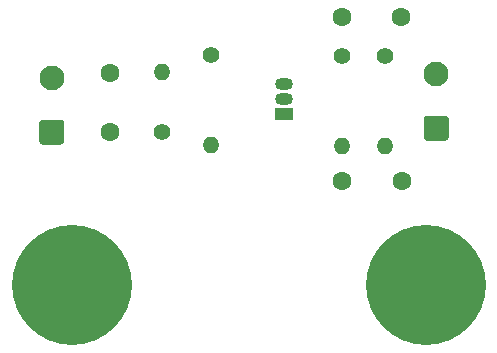
<source format=gbr>
%TF.GenerationSoftware,KiCad,Pcbnew,(5.1.7)-1*%
%TF.CreationDate,2020-12-16T00:37:39+02:00*%
%TF.ProjectId,Single_transistor_AMP,53696e67-6c65-45f7-9472-616e73697374,V1.0*%
%TF.SameCoordinates,Original*%
%TF.FileFunction,Soldermask,Top*%
%TF.FilePolarity,Negative*%
%FSLAX46Y46*%
G04 Gerber Fmt 4.6, Leading zero omitted, Abs format (unit mm)*
G04 Created by KiCad (PCBNEW (5.1.7)-1) date 2020-12-16 00:37:39*
%MOMM*%
%LPD*%
G01*
G04 APERTURE LIST*
%ADD10C,1.600000*%
%ADD11C,2.100000*%
%ADD12O,1.500000X1.050000*%
%ADD13R,1.500000X1.050000*%
%ADD14C,1.400000*%
%ADD15O,1.400000X1.400000*%
%ADD16C,10.160000*%
G04 APERTURE END LIST*
D10*
%TO.C,C1*%
X136245600Y-95326200D03*
X136245600Y-100326200D03*
%TD*%
%TO.C,C2*%
X155883600Y-90627200D03*
X160883600Y-90627200D03*
%TD*%
%TO.C,C3*%
X160909000Y-104521000D03*
X155909000Y-104521000D03*
%TD*%
%TO.C,P1*%
G36*
G01*
X132092600Y-101405400D02*
X130492600Y-101405400D01*
G75*
G02*
X130242600Y-101155400I0J250000D01*
G01*
X130242600Y-99555400D01*
G75*
G02*
X130492600Y-99305400I250000J0D01*
G01*
X132092600Y-99305400D01*
G75*
G02*
X132342600Y-99555400I0J-250000D01*
G01*
X132342600Y-101155400D01*
G75*
G02*
X132092600Y-101405400I-250000J0D01*
G01*
G37*
D11*
X131292600Y-95755400D03*
%TD*%
%TO.C,P2*%
X163855400Y-95425200D03*
G36*
G01*
X164655400Y-101075200D02*
X163055400Y-101075200D01*
G75*
G02*
X162805400Y-100825200I0J250000D01*
G01*
X162805400Y-99225200D01*
G75*
G02*
X163055400Y-98975200I250000J0D01*
G01*
X164655400Y-98975200D01*
G75*
G02*
X164905400Y-99225200I0J-250000D01*
G01*
X164905400Y-100825200D01*
G75*
G02*
X164655400Y-101075200I-250000J0D01*
G01*
G37*
%TD*%
D12*
%TO.C,Q1*%
X150926800Y-97561400D03*
X150926800Y-96291400D03*
D13*
X150926800Y-98831400D03*
%TD*%
D14*
%TO.C,R1*%
X140614400Y-100380800D03*
D15*
X140614400Y-95300800D03*
%TD*%
D14*
%TO.C,R2*%
X144780000Y-93827600D03*
D15*
X144780000Y-101447600D03*
%TD*%
%TO.C,R3*%
X159537400Y-101523800D03*
D14*
X159537400Y-93903800D03*
%TD*%
%TO.C,R4*%
X155905200Y-93878400D03*
D15*
X155905200Y-101498400D03*
%TD*%
D16*
%TO.C,P3*%
X132996400Y-113258600D03*
X162966400Y-113258600D03*
%TD*%
M02*

</source>
